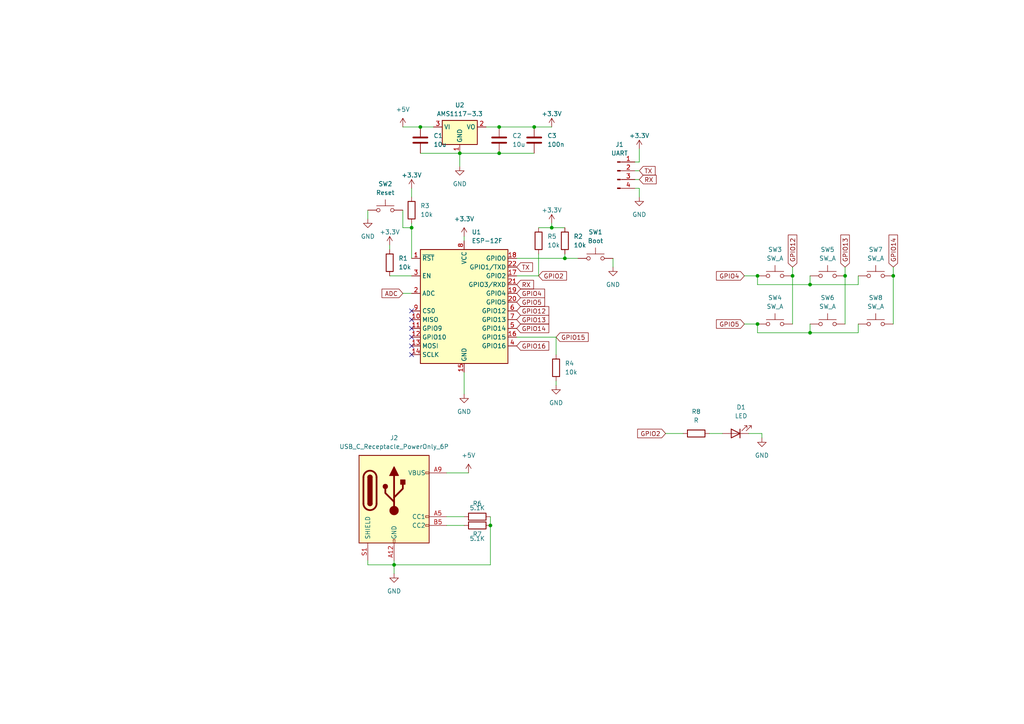
<source format=kicad_sch>
(kicad_sch (version 20230121) (generator eeschema)
  (paper "A4")
  (lib_symbols
    (symbol "Connector:Conn_01x04_Pin" (pin_names (offset 1.016) hide)
      (property "Reference" "J" (at 0 5.08 0))
      (property "Value" "Conn_01x04_Pin" (at 0 -7.62 0))
      (symbol "Conn_01x04_Pin_1_1"
        (polyline (pts (xy 1.27 -5.08) (xy 0.8636 -5.08)) (stroke (width 0.1524)))
        (polyline (pts (xy 1.27 -2.54) (xy 0.8636 -2.54)) (stroke (width 0.1524)))
        (polyline (pts (xy 1.27 0) (xy 0.8636 0)) (stroke (width 0.1524)))
        (polyline (pts (xy 1.27 2.54) (xy 0.8636 2.54)) (stroke (width 0.1524)))
        (rectangle (start 0.8636 -4.953) (end 0 -5.207) (stroke (width 0.1524)) (fill (type outline)))
        (rectangle (start 0.8636 -2.413) (end 0 -2.667) (stroke (width 0.1524)) (fill (type outline)))
        (rectangle (start 0.8636 0.127) (end 0 -0.127) (stroke (width 0.1524)) (fill (type outline)))
        (rectangle (start 0.8636 2.667) (end 0 2.413) (stroke (width 0.1524)) (fill (type outline)))
        (pin passive line (at 5.08 2.54 180) (length 3.81) (name "Pin_1") (number "1"))
        (pin passive line (at 5.08 0 180) (length 3.81) (name "Pin_2") (number "2"))
        (pin passive line (at 5.08 -2.54 180) (length 3.81) (name "Pin_3") (number "3"))
        (pin passive line (at 5.08 -5.08 180) (length 3.81) (name "Pin_4") (number "4"))
      )
    )
    (symbol "Connector:USB_C_Receptacle_PowerOnly_6P" (pin_names (offset 1.016))
      (property "Reference" "J" (at 0 16.51 0))
      (property "Value" "USB_C_Receptacle_PowerOnly_6P" (at 0 13.97 0))
      (symbol "USB_C_Receptacle_PowerOnly_6P_0_0"
        (rectangle (start -0.254 -12.7) (end 0.254 -11.684))
        (rectangle (start 10.16 -7.366) (end 9.144 -7.874))
        (rectangle (start 10.16 -4.826) (end 9.144 -5.334))
        (rectangle (start 10.16 7.874) (end 9.144 7.366))
      )
      (symbol "USB_C_Receptacle_PowerOnly_6P_0_1"
        (rectangle (start -10.16 12.7) (end 10.16 -12.7) (stroke (width 0.254)) (fill (type background)))
        (arc (start -8.89 -1.27) (mid -6.985 -3.1667) (end -5.08 -1.27) (stroke (width 0.508)))
        (arc (start -7.62 -1.27) (mid -6.985 -1.9023) (end -6.35 -1.27) (stroke (width 0.254)))
        (arc (start -7.62 -1.27) (mid -6.985 -1.9023) (end -6.35 -1.27) (stroke (width 0.254)) (fill (type outline)))
        (rectangle (start -7.62 -1.27) (end -6.35 6.35) (stroke (width 0.254)) (fill (type outline)))
        (arc (start -6.35 6.35) (mid -6.985 6.9823) (end -7.62 6.35) (stroke (width 0.254)))
        (arc (start -6.35 6.35) (mid -6.985 6.9823) (end -7.62 6.35) (stroke (width 0.254)) (fill (type outline)))
        (arc (start -5.08 6.35) (mid -6.985 8.2467) (end -8.89 6.35) (stroke (width 0.508)))
        (circle (center -2.54 3.683) (radius 0.635) (stroke (width 0.254)) (fill (type outline)))
        (circle (center 0 -3.302) (radius 1.27) (fill (type outline)))
        (polyline (pts (xy -8.89 -1.27) (xy -8.89 6.35)) (stroke (width 0.508)))
        (polyline (pts (xy -5.08 6.35) (xy -5.08 -1.27)) (stroke (width 0.508)))
        (polyline (pts (xy 0 -3.302) (xy 0 6.858)) (stroke (width 0.508)))
        (polyline (pts (xy 0 -0.762) (xy -2.54 1.778) (xy -2.54 3.048)) (stroke (width 0.508)))
        (polyline (pts (xy 0 0.508) (xy 2.54 3.048) (xy 2.54 4.318)) (stroke (width 0.508)))
        (polyline (pts (xy -1.27 6.858) (xy 0 9.398) (xy 1.27 6.858) (xy -1.27 6.858)) (stroke (width 0.254)) (fill (type outline)))
        (rectangle (start 1.905 4.318) (end 3.175 5.588) (stroke (width 0.254)) (fill (type outline)))
      )
      (symbol "USB_C_Receptacle_PowerOnly_6P_1_1"
        (pin passive line (at 0 -17.78 90) (length 5.08) (name "GND") (number "A12"))
        (pin bidirectional line (at 15.24 -5.08 180) (length 5.08) (name "CC1") (number "A5"))
        (pin passive line (at 15.24 7.62 180) (length 5.08) (name "VBUS") (number "A9"))
        (pin passive line (at 0 -17.78 90) (length 5.08) hide (name "GND") (number "B12"))
        (pin bidirectional line (at 15.24 -7.62 180) (length 5.08) (name "CC2") (number "B5"))
        (pin passive line (at 15.24 7.62 180) (length 5.08) hide (name "VBUS") (number "B9"))
        (pin passive line (at -7.62 -17.78 90) (length 5.08) (name "SHIELD") (number "S1"))
      )
    )
    (symbol "Device:C" (pin_numbers hide) (pin_names (offset 0.254))
      (property "Reference" "C" (at 0.635 2.54 0))
      (property "Value" "C" (at 0.635 -2.54 0))
      (symbol "C_0_1"
        (polyline (pts (xy -2.032 -0.762) (xy 2.032 -0.762)) (stroke (width 0.508)))
        (polyline (pts (xy -2.032 0.762) (xy 2.032 0.762)) (stroke (width 0.508)))
      )
      (symbol "C_1_1"
        (pin passive line (at 0 3.81 270) (length 2.794) (name "~") (number "1"))
        (pin passive line (at 0 -3.81 90) (length 2.794) (name "~") (number "2"))
      )
    )
    (symbol "Device:LED" (pin_numbers hide) (pin_names (offset 1.016) hide)
      (property "Reference" "D" (at 0 2.54 0))
      (property "Value" "LED" (at 0 -2.54 0))
      (symbol "LED_0_1"
        (polyline (pts (xy -1.27 -1.27) (xy -1.27 1.27)) (stroke (width 0.254)))
        (polyline (pts (xy -1.27 0) (xy 1.27 0)))
        (polyline (pts (xy 1.27 -1.27) (xy 1.27 1.27) (xy -1.27 0) (xy 1.27 -1.27)) (stroke (width 0.254)))
        (polyline (pts (xy -3.048 -0.762) (xy -4.572 -2.286) (xy -3.81 -2.286) (xy -4.572 -2.286) (xy -4.572 -1.524)))
        (polyline (pts (xy -1.778 -0.762) (xy -3.302 -2.286) (xy -2.54 -2.286) (xy -3.302 -2.286) (xy -3.302 -1.524)))
      )
      (symbol "LED_1_1"
        (pin passive line (at -3.81 0 0) (length 2.54) (name "K") (number "1"))
        (pin passive line (at 3.81 0 180) (length 2.54) (name "A") (number "2"))
      )
    )
    (symbol "Device:R" (pin_numbers hide) (pin_names (offset 0))
      (property "Reference" "R" (at 2.032 0 90))
      (property "Value" "R" (at 0 0 90))
      (symbol "R_0_1"
        (rectangle (start -1.016 -2.54) (end 1.016 2.54) (stroke (width 0.254)))
      )
      (symbol "R_1_1"
        (pin passive line (at 0 3.81 270) (length 1.27) (name "~") (number "1"))
        (pin passive line (at 0 -3.81 90) (length 1.27) (name "~") (number "2"))
      )
    )
    (symbol "RF_Module:ESP-12F"
      (property "Reference" "U" (at -12.7 19.05 0))
      (property "Value" "ESP-12F" (at 12.7 19.05 0))
      (symbol "ESP-12F_0_1"
        (rectangle (start -12.7 17.78) (end 12.7 -15.24) (stroke (width 0.254)) (fill (type background)))
      )
      (symbol "ESP-12F_1_1"
        (pin input line (at -15.24 15.24 0) (length 2.54) (name "~{RST}") (number "1"))
        (pin bidirectional line (at -15.24 -2.54 0) (length 2.54) (name "MISO") (number "10"))
        (pin bidirectional line (at -15.24 -5.08 0) (length 2.54) (name "GPIO9") (number "11"))
        (pin bidirectional line (at -15.24 -7.62 0) (length 2.54) (name "GPIO10") (number "12"))
        (pin bidirectional line (at -15.24 -10.16 0) (length 2.54) (name "MOSI") (number "13"))
        (pin bidirectional line (at -15.24 -12.7 0) (length 2.54) (name "SCLK") (number "14"))
        (pin power_in line (at 0 -17.78 90) (length 2.54) (name "GND") (number "15"))
        (pin bidirectional line (at 15.24 -7.62 180) (length 2.54) (name "GPIO15") (number "16"))
        (pin bidirectional line (at 15.24 10.16 180) (length 2.54) (name "GPIO2") (number "17"))
        (pin bidirectional line (at 15.24 15.24 180) (length 2.54) (name "GPIO0") (number "18"))
        (pin bidirectional line (at 15.24 5.08 180) (length 2.54) (name "GPIO4") (number "19"))
        (pin input line (at -15.24 5.08 0) (length 2.54) (name "ADC") (number "2"))
        (pin bidirectional line (at 15.24 2.54 180) (length 2.54) (name "GPIO5") (number "20"))
        (pin bidirectional line (at 15.24 7.62 180) (length 2.54) (name "GPIO3/RXD") (number "21"))
        (pin bidirectional line (at 15.24 12.7 180) (length 2.54) (name "GPIO1/TXD") (number "22"))
        (pin input line (at -15.24 10.16 0) (length 2.54) (name "EN") (number "3"))
        (pin bidirectional line (at 15.24 -10.16 180) (length 2.54) (name "GPIO16") (number "4"))
        (pin bidirectional line (at 15.24 -5.08 180) (length 2.54) (name "GPIO14") (number "5"))
        (pin bidirectional line (at 15.24 0 180) (length 2.54) (name "GPIO12") (number "6"))
        (pin bidirectional line (at 15.24 -2.54 180) (length 2.54) (name "GPIO13") (number "7"))
        (pin power_in line (at 0 20.32 270) (length 2.54) (name "VCC") (number "8"))
        (pin input line (at -15.24 0 0) (length 2.54) (name "CS0") (number "9"))
      )
    )
    (symbol "Regulator_Linear:AMS1117-3.3"
      (property "Reference" "U" (at -3.81 3.175 0))
      (property "Value" "AMS1117-3.3" (at 0 3.175 0))
      (symbol "AMS1117-3.3_0_1"
        (rectangle (start -5.08 -5.08) (end 5.08 1.905) (stroke (width 0.254)) (fill (type background)))
      )
      (symbol "AMS1117-3.3_1_1"
        (pin power_in line (at 0 -7.62 90) (length 2.54) (name "GND") (number "1"))
        (pin power_out line (at 7.62 0 180) (length 2.54) (name "VO") (number "2"))
        (pin power_in line (at -7.62 0 0) (length 2.54) (name "VI") (number "3"))
      )
    )
    (symbol "Switch:SW_Push" (pin_numbers hide) (pin_names (offset 1.016) hide)
      (property "Reference" "SW" (at 1.27 2.54 0))
      (property "Value" "SW_Push" (at 0 -1.524 0))
      (symbol "SW_Push_0_1"
        (circle (center -2.032 0) (radius 0.508))
        (polyline (pts (xy 0 1.27) (xy 0 3.048)))
        (polyline (pts (xy 2.54 1.27) (xy -2.54 1.27)))
        (circle (center 2.032 0) (radius 0.508))
        (pin passive line (at -5.08 0 0) (length 2.54) (name "1") (number "1"))
        (pin passive line (at 5.08 0 180) (length 2.54) (name "2") (number "2"))
      )
    )
    (symbol "power:+3.3V" (power) (pin_names (offset 0))
      (property "Value" "+3.3V" (at 0 3.556 0))
      (symbol "+3.3V_0_1"
        (polyline (pts (xy -0.762 1.27) (xy 0 2.54)))
        (polyline (pts (xy 0 0) (xy 0 2.54)))
        (polyline (pts (xy 0 2.54) (xy 0.762 1.27)))
      )
      (symbol "+3.3V_1_1"
        (pin power_in line (at 0 0 90) (length 0) hide (name "+3.3V") (number "1"))
      )
    )
    (symbol "power:+5V" (power) (pin_names (offset 0))
      (property "Value" "+5V" (at 0 3.556 0))
      (symbol "+5V_0_1"
        (polyline (pts (xy -0.762 1.27) (xy 0 2.54)))
        (polyline (pts (xy 0 0) (xy 0 2.54)))
        (polyline (pts (xy 0 2.54) (xy 0.762 1.27)))
      )
      (symbol "+5V_1_1"
        (pin power_in line (at 0 0 90) (length 0) hide (name "+5V") (number "1"))
      )
    )
    (symbol "power:GND" (power) (pin_names (offset 0))
      (property "Value" "GND" (at 0 -3.81 0))
      (symbol "GND_0_1"
        (polyline (pts (xy 0 0) (xy 0 -1.27) (xy 1.27 -1.27) (xy 0 -2.54) (xy -1.27 -1.27) (xy 0 -1.27)))
      )
      (symbol "GND_1_1"
        (pin power_in line (at 0 0 270) (length 0) hide (name "GND") (number "1"))
      )
    )
  )
  (junction (at 144.78 44.45))
  (junction (at 121.92 36.83))
  (junction (at 114.3 163.83))
  (junction (at 234.95 96.52))
  (junction (at 133.35 44.45))
  (junction (at 144.78 36.83))
  (junction (at 160.02 66.04))
  (junction (at 142.24 152.4))
  (junction (at 219.71 93.98))
  (junction (at 119.38 66.04))
  (junction (at 245.11 80.01))
  (junction (at 234.95 82.55))
  (junction (at 219.71 80.01))
  (junction (at 154.94 36.83))
  (junction (at 229.87 80.01))
  (junction (at 163.83 74.93))
  (junction (at 259.08 80.01))
  (no_connect (at 119.38 92.71))
  (no_connect (at 119.38 100.33))
  (no_connect (at 119.38 90.17))
  (no_connect (at 119.38 97.79))
  (no_connect (at 119.38 95.25))
  (no_connect (at 119.38 102.87))
  (wire (pts (xy 121.92 44.45) (xy 133.35 44.45)))
  (wire (pts (xy 106.68 60.96) (xy 106.68 63.5)))
  (wire (pts (xy 154.94 36.83) (xy 160.02 36.83)))
  (wire (pts (xy 163.83 74.93) (xy 163.83 73.66)))
  (wire (pts (xy 205.74 125.73) (xy 209.55 125.73)))
  (wire (pts (xy 220.98 125.73) (xy 220.98 127)))
  (wire (pts (xy 129.54 149.86) (xy 134.62 149.86)))
  (wire (pts (xy 184.15 52.07) (xy 185.42 52.07)))
  (wire (pts (xy 114.3 162.56) (xy 114.3 163.83)))
  (wire (pts (xy 229.87 80.01) (xy 229.87 93.98)))
  (wire (pts (xy 129.54 137.16) (xy 135.89 137.16)))
  (wire (pts (xy 219.71 80.01) (xy 219.71 82.55)))
  (wire (pts (xy 140.97 36.83) (xy 144.78 36.83)))
  (wire (pts (xy 163.83 74.93) (xy 167.64 74.93)))
  (wire (pts (xy 193.04 125.73) (xy 198.12 125.73)))
  (wire (pts (xy 234.95 82.55) (xy 248.92 82.55)))
  (wire (pts (xy 184.15 49.53) (xy 185.42 49.53)))
  (wire (pts (xy 177.8 74.93) (xy 177.8 77.47)))
  (wire (pts (xy 149.86 97.79) (xy 161.29 97.79)))
  (wire (pts (xy 106.68 163.83) (xy 114.3 163.83)))
  (wire (pts (xy 248.92 82.55) (xy 248.92 80.01)))
  (wire (pts (xy 144.78 36.83) (xy 154.94 36.83)))
  (wire (pts (xy 215.9 80.01) (xy 219.71 80.01)))
  (wire (pts (xy 259.08 80.01) (xy 259.08 93.98)))
  (wire (pts (xy 156.21 73.66) (xy 156.21 80.01)))
  (wire (pts (xy 144.78 44.45) (xy 154.94 44.45)))
  (wire (pts (xy 160.02 66.04) (xy 163.83 66.04)))
  (wire (pts (xy 156.21 80.01) (xy 149.86 80.01)))
  (wire (pts (xy 142.24 163.83) (xy 142.24 152.4)))
  (wire (pts (xy 121.92 36.83) (xy 125.73 36.83)))
  (wire (pts (xy 219.71 82.55) (xy 234.95 82.55)))
  (wire (pts (xy 114.3 163.83) (xy 114.3 166.37)))
  (wire (pts (xy 134.62 107.95) (xy 134.62 114.3)))
  (wire (pts (xy 185.42 46.99) (xy 185.42 43.18)))
  (wire (pts (xy 215.9 93.98) (xy 219.71 93.98)))
  (wire (pts (xy 114.3 163.83) (xy 142.24 163.83)))
  (wire (pts (xy 259.08 77.47) (xy 259.08 80.01)))
  (wire (pts (xy 229.87 77.47) (xy 229.87 80.01)))
  (wire (pts (xy 106.68 162.56) (xy 106.68 163.83)))
  (wire (pts (xy 234.95 96.52) (xy 248.92 96.52)))
  (wire (pts (xy 219.71 96.52) (xy 234.95 96.52)))
  (wire (pts (xy 219.71 93.98) (xy 219.71 96.52)))
  (wire (pts (xy 134.62 68.58) (xy 134.62 69.85)))
  (wire (pts (xy 149.86 74.93) (xy 163.83 74.93)))
  (wire (pts (xy 116.84 66.04) (xy 119.38 66.04)))
  (wire (pts (xy 245.11 80.01) (xy 245.11 93.98)))
  (wire (pts (xy 119.38 66.04) (xy 119.38 74.93)))
  (wire (pts (xy 184.15 54.61) (xy 185.42 54.61)))
  (wire (pts (xy 245.11 77.47) (xy 245.11 80.01)))
  (wire (pts (xy 160.02 64.77) (xy 160.02 66.04)))
  (wire (pts (xy 113.03 80.01) (xy 119.38 80.01)))
  (wire (pts (xy 156.21 66.04) (xy 160.02 66.04)))
  (wire (pts (xy 116.84 36.83) (xy 121.92 36.83)))
  (wire (pts (xy 185.42 54.61) (xy 185.42 57.15)))
  (wire (pts (xy 142.24 149.86) (xy 142.24 152.4)))
  (wire (pts (xy 119.38 64.77) (xy 119.38 66.04)))
  (wire (pts (xy 248.92 96.52) (xy 248.92 93.98)))
  (wire (pts (xy 184.15 46.99) (xy 185.42 46.99)))
  (wire (pts (xy 116.84 85.09) (xy 119.38 85.09)))
  (wire (pts (xy 113.03 71.12) (xy 113.03 72.39)))
  (wire (pts (xy 217.17 125.73) (xy 220.98 125.73)))
  (wire (pts (xy 234.95 96.52) (xy 234.95 93.98)))
  (wire (pts (xy 234.95 82.55) (xy 234.95 80.01)))
  (wire (pts (xy 119.38 57.15) (xy 119.38 54.61)))
  (wire (pts (xy 133.35 44.45) (xy 144.78 44.45)))
  (wire (pts (xy 161.29 97.79) (xy 161.29 102.87)))
  (wire (pts (xy 129.54 152.4) (xy 134.62 152.4)))
  (wire (pts (xy 133.35 44.45) (xy 133.35 48.26)))
  (wire (pts (xy 116.84 60.96) (xy 116.84 66.04)))
  (wire (pts (xy 161.29 111.76) (xy 161.29 110.49)))
  (global_label "GPIO4" (shape input) (at 215.9 80.01 180) (property "Intersheetrefs" "${INTERSHEET_REFS}" (effects hide)))
  (global_label "TX" (shape input) (at 185.42 49.53 0) (property "Intersheetrefs" "${INTERSHEET_REFS}" (effects hide)))
  (global_label "GPIO12" (shape input) (at 149.86 90.17 0) (property "Intersheetrefs" "${INTERSHEET_REFS}" (effects hide)))
  (global_label "GPIO13" (shape input) (at 245.11 77.47 90) (property "Intersheetrefs" "${INTERSHEET_REFS}" (effects hide)))
  (global_label "GPIO5" (shape input) (at 215.9 93.98 180) (property "Intersheetrefs" "${INTERSHEET_REFS}" (effects hide)))
  (global_label "GPIO16" (shape input) (at 149.86 100.33 0) (property "Intersheetrefs" "${INTERSHEET_REFS}" (effects hide)))
  (global_label "RX" (shape input) (at 185.42 52.07 0) (property "Intersheetrefs" "${INTERSHEET_REFS}" (effects hide)))
  (global_label "GPIO14" (shape input) (at 149.86 95.25 0) (property "Intersheetrefs" "${INTERSHEET_REFS}" (effects hide)))
  (global_label "RX" (shape input) (at 149.86 82.55 0) (property "Intersheetrefs" "${INTERSHEET_REFS}" (effects hide)))
  (global_label "GPIO2" (shape input) (at 156.21 80.01 0) (property "Intersheetrefs" "${INTERSHEET_REFS}" (effects hide)))
  (global_label "GPIO13" (shape input) (at 149.86 92.71 0) (property "Intersheetrefs" "${INTERSHEET_REFS}" (effects hide)))
  (global_label "GPIO14" (shape input) (at 259.08 77.47 90) (property "Intersheetrefs" "${INTERSHEET_REFS}" (effects hide)))
  (global_label "GPIO4" (shape input) (at 149.86 85.09 0) (property "Intersheetrefs" "${INTERSHEET_REFS}" (effects hide)))
  (global_label "ADC" (shape input) (at 116.84 85.09 180) (property "Intersheetrefs" "${INTERSHEET_REFS}" (effects hide)))
  (global_label "GPIO12" (shape input) (at 229.87 77.47 90) (property "Intersheetrefs" "${INTERSHEET_REFS}" (effects hide)))
  (global_label "TX" (shape input) (at 149.86 77.47 0) (property "Intersheetrefs" "${INTERSHEET_REFS}" (effects hide)))
  (global_label "GPIO15" (shape input) (at 161.29 97.79 0) (property "Intersheetrefs" "${INTERSHEET_REFS}" (effects hide)))
  (global_label "GPIO5" (shape input) (at 149.86 87.63 0) (property "Intersheetrefs" "${INTERSHEET_REFS}" (effects hide)))
  (global_label "GPIO2" (shape input) (at 193.04 125.73 180) (property "Intersheetrefs" "${INTERSHEET_REFS}" (effects hide)))
  (symbol (lib_id "power:GND") (at 185.42 57.15 0) (unit 1)
    (property "Reference" "#PWR013" (effects hide))
    (property "Value" "GND" (at 185.42 62.23 0))
  )
  (symbol (lib_id "Device:R") (at 156.21 69.85 0) (unit 1)
    (property "Reference" "R5" (at 158.75 68.58 0) (effects (justify left)))
    (property "Value" "10k" (at 158.75 71.12 0) (effects (justify left)))
    (property "Footprint" "Resistor_SMD:R_0805_2012Metric_Pad1.20x1.40mm_HandSolder" (effects hide))
  )
  (symbol (lib_id "Device:C") (at 154.94 40.64 0) (unit 1)
    (property "Reference" "C3" (at 158.75 39.37 0) (effects (justify left)))
    (property "Value" "100n" (at 158.75 41.91 0) (effects (justify left)))
    (property "Footprint" "Capacitor_SMD:C_0805_2012Metric_Pad1.18x1.45mm_HandSolder" (effects hide))
  )
  (symbol (lib_id "power:+3.3V") (at 160.02 36.83 0) (unit 1)
    (property "Reference" "#PWR09" (effects hide))
    (property "Value" "+3.3V" (at 160.02 33.02 0))
  )
  (symbol (lib_id "power:+5V") (at 116.84 36.83 0) (unit 1)
    (property "Reference" "#PWR011" (effects hide))
    (property "Value" "+5V" (at 116.84 31.75 0))
  )
  (symbol (lib_id "Device:C") (at 144.78 40.64 0) (unit 1)
    (property "Reference" "C2" (at 148.59 39.37 0) (effects (justify left)))
    (property "Value" "10u" (at 148.59 41.91 0) (effects (justify left)))
    (property "Footprint" "Capacitor_SMD:C_0805_2012Metric_Pad1.18x1.45mm_HandSolder" (effects hide))
  )
  (symbol (lib_id "Device:R") (at 161.29 106.68 0) (unit 1)
    (property "Reference" "R4" (at 163.83 105.41 0) (effects (justify left)))
    (property "Value" "10k" (at 163.83 107.95 0) (effects (justify left)))
    (property "Footprint" "Resistor_SMD:R_0805_2012Metric_Pad1.20x1.40mm_HandSolder" (effects hide))
  )
  (symbol (lib_id "power:GND") (at 133.35 48.26 0) (unit 1)
    (property "Reference" "#PWR010" (effects hide))
    (property "Value" "GND" (at 133.35 53.34 0))
  )
  (symbol (lib_id "Connector:USB_C_Receptacle_PowerOnly_6P") (at 114.3 144.78 0) (unit 1)
    (property "Reference" "J2" (at 114.3 127 0))
    (property "Value" "USB_C_Receptacle_PowerOnly_6P" (at 114.3 129.54 0))
    (property "Footprint" "Connector_USB:USB_C_Receptacle_GCT_USB4125-xx-x-0190_6P_TopMnt_Horizontal" (effects hide))
    (property "Datasheet" "https://www.usb.org/sites/default/files/documents/usb_type-c.zip" (effects hide))
  )
  (symbol (lib_id "power:+5V") (at 135.89 137.16 0) (unit 1)
    (property "Reference" "#PWR014" (effects hide))
    (property "Value" "+5V" (at 135.89 132.08 0))
  )
  (symbol (lib_id "Device:R") (at 138.43 149.86 90) (unit 1)
    (property "Reference" "R6" (at 138.43 146.05 90))
    (property "Value" "5.1K" (at 138.43 147.32 90))
    (property "Footprint" "Capacitor_SMD:C_0805_2012Metric_Pad1.18x1.45mm_HandSolder" (effects hide))
  )
  (symbol (lib_id "power:GND") (at 106.68 63.5 0) (unit 1)
    (property "Reference" "#PWR03" (effects hide))
    (property "Value" "GND" (at 106.68 68.58 0))
  )
  (symbol (lib_id "Regulator_Linear:AMS1117-3.3") (at 133.35 36.83 0) (unit 1)
    (property "Reference" "U2" (at 133.35 30.48 0))
    (property "Value" "AMS1117-3.3" (at 133.35 33.02 0))
    (property "Footprint" "Package_TO_SOT_SMD:SOT-223-3_TabPin2" (effects hide))
    (property "Datasheet" "http://www.advanced-monolithic.com/pdf/ds1117.pdf" (effects hide))
  )
  (symbol (lib_id "power:+3.3V") (at 113.03 71.12 0) (unit 1)
    (property "Reference" "#PWR01" (effects hide))
    (property "Value" "+3.3V" (at 113.03 67.31 0))
  )
  (symbol (lib_id "Switch:SW_Push") (at 254 93.98 0) (unit 1)
    (property "Reference" "SW8" (at 254 86.36 0))
    (property "Value" "SW_A" (at 254 88.9 0))
    (property "Footprint" "Button_Switch_SMD:SW_Push_1P1T_NO_6x6mm_H9.5mm" (effects hide))
  )
  (symbol (lib_id "Device:R") (at 163.83 69.85 0) (unit 1)
    (property "Reference" "R2" (at 166.37 68.58 0) (effects (justify left)))
    (property "Value" "10k" (at 166.37 71.12 0) (effects (justify left)))
    (property "Footprint" "Resistor_SMD:R_0805_2012Metric_Pad1.20x1.40mm_HandSolder" (effects hide))
  )
  (symbol (lib_id "power:+3.3V") (at 185.42 43.18 0) (unit 1)
    (property "Reference" "#PWR012" (effects hide))
    (property "Value" "+3.3V" (at 185.42 39.37 0))
  )
  (symbol (lib_id "Device:R") (at 119.38 60.96 0) (unit 1)
    (property "Reference" "R3" (at 121.92 59.69 0) (effects (justify left)))
    (property "Value" "10k" (at 121.92 62.23 0) (effects (justify left)))
    (property "Footprint" "Resistor_SMD:R_0805_2012Metric_Pad1.20x1.40mm_HandSolder" (effects hide))
  )
  (symbol (lib_id "Switch:SW_Push") (at 240.03 80.01 0) (unit 1)
    (property "Reference" "SW5" (at 240.03 72.39 0))
    (property "Value" "SW_A" (at 240.03 74.93 0))
    (property "Footprint" "Button_Switch_SMD:SW_Push_1P1T_NO_6x6mm_H9.5mm" (effects hide))
  )
  (symbol (lib_id "Switch:SW_Push") (at 240.03 93.98 0) (unit 1)
    (property "Reference" "SW6" (at 240.03 86.36 0))
    (property "Value" "SW_A" (at 240.03 88.9 0))
    (property "Footprint" "Button_Switch_SMD:SW_Push_1P1T_NO_6x6mm_H9.5mm" (effects hide))
  )
  (symbol (lib_id "Connector:Conn_01x04_Pin") (at 179.07 49.53 0) (unit 1)
    (property "Reference" "J1" (at 179.705 41.91 0))
    (property "Value" "UART" (at 179.705 44.45 0))
    (property "Footprint" "Connector_JST:JST_XH_B4B-XH-A_1x04_P2.50mm_Vertical" (effects hide))
  )
  (symbol (lib_id "power:GND") (at 220.98 127 0) (unit 1)
    (property "Reference" "#PWR016" (effects hide))
    (property "Value" "GND" (at 220.98 132.08 0))
  )
  (symbol (lib_id "Switch:SW_Push") (at 224.79 80.01 0) (unit 1)
    (property "Reference" "SW3" (at 224.79 72.39 0))
    (property "Value" "SW_A" (at 224.79 74.93 0))
    (property "Footprint" "Button_Switch_SMD:SW_Push_1P1T_NO_6x6mm_H9.5mm" (effects hide))
  )
  (symbol (lib_id "Device:LED") (at 213.36 125.73 180) (unit 1)
    (property "Reference" "D1" (at 214.9475 118.11 0))
    (property "Value" "LED" (at 214.9475 120.65 0))
    (property "Footprint" "LED_SMD:LED_0603_1608Metric_Pad1.05x0.95mm_HandSolder" (effects hide))
  )
  (symbol (lib_id "Switch:SW_Push") (at 172.72 74.93 0) (unit 1)
    (property "Reference" "SW1" (at 172.72 67.31 0))
    (property "Value" "Boot" (at 172.72 69.85 0))
    (property "Footprint" "Button_Switch_SMD:SW_Push_1P1T_NO_6x6mm_H9.5mm" (effects hide))
  )
  (symbol (lib_id "power:GND") (at 114.3 166.37 0) (unit 1)
    (property "Reference" "#PWR015" (effects hide))
    (property "Value" "GND" (at 114.3 171.45 0))
  )
  (symbol (lib_id "Switch:SW_Push") (at 254 80.01 0) (unit 1)
    (property "Reference" "SW7" (at 254 72.39 0))
    (property "Value" "SW_A" (at 254 74.93 0))
    (property "Footprint" "Button_Switch_SMD:SW_Push_1P1T_NO_6x6mm_H9.5mm" (effects hide))
  )
  (symbol (lib_id "power:+3.3V") (at 134.62 68.58 0) (unit 1)
    (property "Reference" "#PWR04" (effects hide))
    (property "Value" "+3.3V" (at 134.62 63.5 0))
  )
  (symbol (lib_id "power:GND") (at 161.29 111.76 0) (unit 1)
    (property "Reference" "#PWR07" (effects hide))
    (property "Value" "GND" (at 161.29 116.84 0))
  )
  (symbol (lib_id "Switch:SW_Push") (at 224.79 93.98 0) (unit 1)
    (property "Reference" "SW4" (at 224.79 86.36 0))
    (property "Value" "SW_A" (at 224.79 88.9 0))
    (property "Footprint" "Button_Switch_SMD:SW_Push_1P1T_NO_6x6mm_H9.5mm" (effects hide))
  )
  (symbol (lib_id "Device:R") (at 138.43 152.4 90) (unit 1)
    (property "Reference" "R7" (at 138.43 154.94 90))
    (property "Value" "5.1K" (at 138.43 156.21 90))
    (property "Footprint" "Capacitor_SMD:C_0805_2012Metric_Pad1.18x1.45mm_HandSolder" (effects hide))
  )
  (symbol (lib_id "power:GND") (at 177.8 77.47 0) (unit 1)
    (property "Reference" "#PWR06" (effects hide))
    (property "Value" "GND" (at 177.8 82.55 0))
  )
  (symbol (lib_id "Device:R") (at 113.03 76.2 0) (unit 1)
    (property "Reference" "R1" (at 115.57 74.93 0) (effects (justify left)))
    (property "Value" "10k" (at 115.57 77.47 0) (effects (justify left)))
    (property "Footprint" "Resistor_SMD:R_0805_2012Metric_Pad1.20x1.40mm_HandSolder" (effects hide))
  )
  (symbol (lib_id "power:+3.3V") (at 160.02 64.77 0) (unit 1)
    (property "Reference" "#PWR08" (effects hide))
    (property "Value" "+3.3V" (at 160.02 60.96 0))
  )
  (symbol (lib_id "Switch:SW_Push") (at 111.76 60.96 0) (unit 1)
    (property "Reference" "SW2" (at 111.76 53.34 0))
    (property "Value" "Reset" (at 111.76 55.88 0))
    (property "Footprint" "Button_Switch_SMD:SW_Push_1P1T_NO_6x6mm_H9.5mm" (effects hide))
  )
  (symbol (lib_id "Device:C") (at 121.92 40.64 0) (unit 1)
    (property "Reference" "C1" (at 125.73 39.37 0) (effects (justify left)))
    (property "Value" "10u" (at 125.73 41.91 0) (effects (justify left)))
    (property "Footprint" "Capacitor_SMD:C_0805_2012Metric_Pad1.18x1.45mm_HandSolder" (effects hide))
  )
  (symbol (lib_id "power:+3.3V") (at 119.38 54.61 0) (unit 1)
    (property "Reference" "#PWR05" (effects hide))
    (property "Value" "+3.3V" (at 119.38 50.8 0))
  )
  (symbol (lib_id "RF_Module:ESP-12F") (at 134.62 90.17 0) (unit 1)
    (property "Reference" "U1" (at 136.8141 67.31 0) (effects (justify left)))
    (property "Value" "ESP-12F" (at 136.8141 69.85 0) (effects (justify left)))
    (property "Footprint" "RF_Module:ESP-12E" (effects hide))
    (property "Datasheet" "http://wiki.ai-thinker.com/_media/esp8266/esp8266_series_modules_user_manual_v1.1.pdf" (effects hide))
  )
  (symbol (lib_id "Device:R") (at 201.93 125.73 90) (unit 1)
    (property "Reference" "R8" (at 201.93 119.38 90))
    (property "Value" "R" (at 201.93 121.92 90))
    (property "Footprint" "Resistor_SMD:R_0805_2012Metric_Pad1.20x1.40mm_HandSolder" (effects hide))
  )
  (symbol (lib_id "power:GND") (at 134.62 114.3 0) (unit 1)
    (property "Reference" "#PWR02" (effects hide))
    (property "Value" "GND" (at 134.62 119.38 0))
  )
)
</source>
